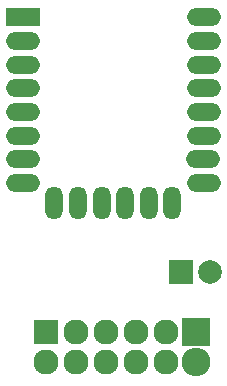
<source format=gbr>
G04 #@! TF.FileFunction,Soldermask,Top*
%FSLAX46Y46*%
G04 Gerber Fmt 4.6, Leading zero omitted, Abs format (unit mm)*
G04 Created by KiCad (PCBNEW 4.0.5) date 02/08/17 01:10:26*
%MOMM*%
%LPD*%
G01*
G04 APERTURE LIST*
%ADD10C,0.100000*%
%ADD11R,2.000000X2.000000*%
%ADD12C,2.000000*%
%ADD13R,2.127200X2.127200*%
%ADD14O,2.127200X2.127200*%
%ADD15R,2.432000X2.432000*%
%ADD16O,2.432000X2.432000*%
%ADD17R,2.900000X1.500000*%
%ADD18O,2.900000X1.500000*%
%ADD19O,1.500000X2.800000*%
G04 APERTURE END LIST*
D10*
D11*
X158750000Y-101600000D03*
D12*
X161250000Y-101600000D03*
D13*
X147320000Y-106680000D03*
D14*
X147320000Y-109220000D03*
X149860000Y-106680000D03*
X149860000Y-109220000D03*
X152400000Y-106680000D03*
X152400000Y-109220000D03*
X154940000Y-106680000D03*
X154940000Y-109220000D03*
X157480000Y-106680000D03*
X157480000Y-109220000D03*
D15*
X160020000Y-106680000D03*
D16*
X160020000Y-109220000D03*
D17*
X145350000Y-80010000D03*
D18*
X145350000Y-82010000D03*
X145350000Y-84010000D03*
X145350000Y-86010000D03*
X145350000Y-88010000D03*
X145350000Y-90010000D03*
X145350000Y-92010000D03*
X145350000Y-94010000D03*
X160750000Y-94010000D03*
X160650000Y-92010000D03*
X160750000Y-90010000D03*
X160750000Y-88010000D03*
X160750000Y-86010000D03*
X160750000Y-84010000D03*
X160750000Y-82010000D03*
X160750000Y-80010000D03*
D19*
X148040000Y-95760000D03*
X150040000Y-95760000D03*
X152040000Y-95760000D03*
X154040000Y-95760000D03*
X156040000Y-95760000D03*
X158040000Y-95760000D03*
M02*

</source>
